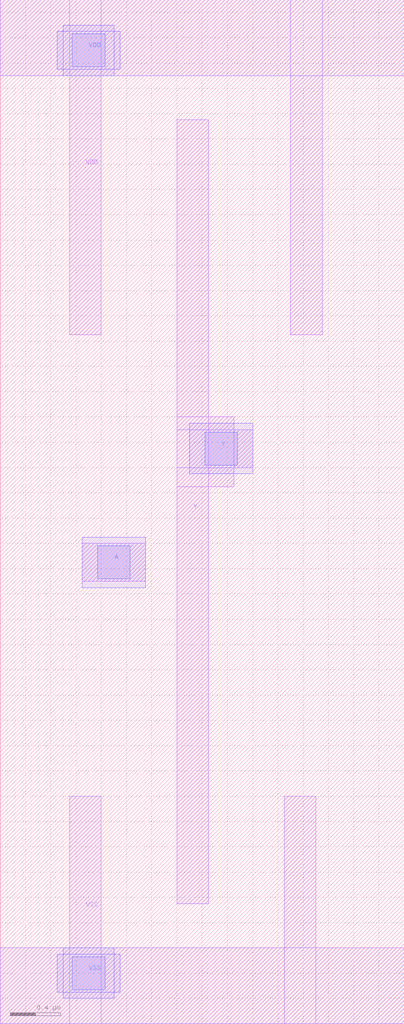
<source format=lef>
# Copyright 2022 Google LLC
# Licensed under the Apache License, Version 2.0 (the "License");
# you may not use this file except in compliance with the License.
# You may obtain a copy of the License at
#
#      http://www.apache.org/licenses/LICENSE-2.0
#
# Unless required by applicable law or agreed to in writing, software
# distributed under the License is distributed on an "AS IS" BASIS,
# WITHOUT WARRANTIES OR CONDITIONS OF ANY KIND, either express or implied.
# See the License for the specific language governing permissions and
# limitations under the License.
VERSION 5.7 ;
BUSBITCHARS "[]" ;
DIVIDERCHAR "/" ;

MACRO gf180mcu_osu_sc_12T_clkinv_2
  CLASS CORE ;
  ORIGIN 0 0 ;
  FOREIGN gf180mcu_osu_sc_12T_clkinv_2 0 0 ;
  SIZE 3.2 BY 8.1 ;
  SYMMETRY X Y ;
  SITE GF018hv5v_mcu_sc7 ;
  PIN A
    DIRECTION INPUT ;
    USE SIGNAL ;
    PORT
      LAYER MET1 ;
        RECT 0.65 3.5 1.15 3.8 ;
      LAYER MET2 ;
        RECT 0.65 3.45 1.15 3.85 ;
      LAYER VIA12 ;
        RECT 0.77 3.52 1.03 3.78 ;
    END
  END A
  PIN VDD
    DIRECTION INOUT ;
    USE POWER ;
    SHAPE ABUTMENT ;
    PORT
      LAYER MET1 ;
        RECT 0 7.5 3.2 8.1 ;
        RECT 2.3 5.45 2.55 8.1 ;
        RECT 0.55 5.45 0.8 8.1 ;
      LAYER MET2 ;
        RECT 0.45 7.55 0.95 7.85 ;
        RECT 0.5 7.5 0.9 7.9 ;
      LAYER VIA12 ;
        RECT 0.57 7.57 0.83 7.83 ;
    END
  END VDD
  PIN VSS
    DIRECTION INOUT ;
    USE GROUND ;
    PORT
      LAYER MET1 ;
        RECT 0 0 3.2 0.6 ;
        RECT 2.25 0 2.5 1.8 ;
        RECT 0.55 0 0.8 1.8 ;
      LAYER MET2 ;
        RECT 0.45 0.25 0.95 0.55 ;
        RECT 0.5 0.2 0.9 0.6 ;
      LAYER VIA12 ;
        RECT 0.57 0.27 0.83 0.53 ;
    END
  END VSS
  PIN Y
    DIRECTION OUTPUT ;
    USE SIGNAL ;
    PORT
      LAYER MET1 ;
        RECT 1.4 4.4 2 4.7 ;
        RECT 1.4 4.25 1.85 4.8 ;
        RECT 1.4 0.95 1.65 7.15 ;
      LAYER MET2 ;
        RECT 1.5 4.35 2 4.75 ;
      LAYER VIA12 ;
        RECT 1.62 4.42 1.88 4.68 ;
    END
  END Y
END gf180mcu_osu_sc_12T_clkinv_2

</source>
